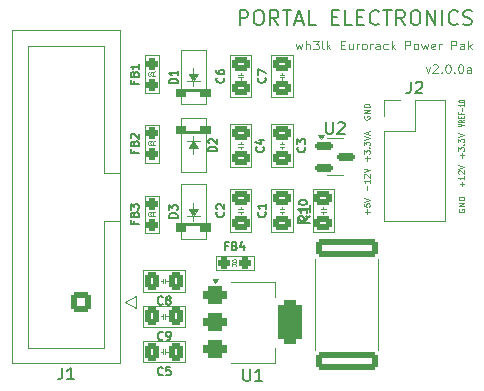
<source format=gto>
%TF.GenerationSoftware,KiCad,Pcbnew,8.0.2*%
%TF.CreationDate,2024-09-09T09:37:27-05:00*%
%TF.ProjectId,wh3lk,7768336c-6b2e-46b6-9963-61645f706362,v2.0.0a*%
%TF.SameCoordinates,Original*%
%TF.FileFunction,Legend,Top*%
%TF.FilePolarity,Positive*%
%FSLAX46Y46*%
G04 Gerber Fmt 4.6, Leading zero omitted, Abs format (unit mm)*
G04 Created by KiCad (PCBNEW 8.0.2) date 2024-09-09 09:37:27*
%MOMM*%
%LPD*%
G01*
G04 APERTURE LIST*
G04 Aperture macros list*
%AMRoundRect*
0 Rectangle with rounded corners*
0 $1 Rounding radius*
0 $2 $3 $4 $5 $6 $7 $8 $9 X,Y pos of 4 corners*
0 Add a 4 corners polygon primitive as box body*
4,1,4,$2,$3,$4,$5,$6,$7,$8,$9,$2,$3,0*
0 Add four circle primitives for the rounded corners*
1,1,$1+$1,$2,$3*
1,1,$1+$1,$4,$5*
1,1,$1+$1,$6,$7*
1,1,$1+$1,$8,$9*
0 Add four rect primitives between the rounded corners*
20,1,$1+$1,$2,$3,$4,$5,0*
20,1,$1+$1,$4,$5,$6,$7,0*
20,1,$1+$1,$6,$7,$8,$9,0*
20,1,$1+$1,$8,$9,$2,$3,0*%
G04 Aperture macros list end*
%ADD10C,0.100000*%
%ADD11C,0.200000*%
%ADD12C,0.087500*%
%ADD13C,0.150000*%
%ADD14C,0.120000*%
%ADD15R,1.700000X1.700000*%
%ADD16O,1.700000X1.700000*%
%ADD17RoundRect,0.150000X-0.587500X-0.150000X0.587500X-0.150000X0.587500X0.150000X-0.587500X0.150000X0*%
%ADD18RoundRect,0.375000X-0.625000X-0.375000X0.625000X-0.375000X0.625000X0.375000X-0.625000X0.375000X0*%
%ADD19RoundRect,0.500000X-0.500000X-1.400000X0.500000X-1.400000X0.500000X1.400000X-0.500000X1.400000X0*%
%ADD20RoundRect,0.250001X2.399999X-0.487499X2.399999X0.487499X-2.399999X0.487499X-2.399999X-0.487499X0*%
%ADD21RoundRect,0.250000X0.600000X0.600000X-0.600000X0.600000X-0.600000X-0.600000X0.600000X-0.600000X0*%
%ADD22C,1.700000*%
%ADD23RoundRect,0.237500X-0.287500X-0.237500X0.287500X-0.237500X0.287500X0.237500X-0.287500X0.237500X0*%
%ADD24RoundRect,0.237500X0.237500X-0.287500X0.237500X0.287500X-0.237500X0.287500X-0.237500X-0.287500X0*%
%ADD25R,1.220000X0.910000*%
%ADD26RoundRect,0.250000X0.475000X-0.337500X0.475000X0.337500X-0.475000X0.337500X-0.475000X-0.337500X0*%
%ADD27RoundRect,0.250000X0.337500X0.475000X-0.337500X0.475000X-0.337500X-0.475000X0.337500X-0.475000X0*%
%ADD28RoundRect,0.250000X-0.475000X0.337500X-0.475000X-0.337500X0.475000X-0.337500X0.475000X0.337500X0*%
G04 APERTURE END LIST*
D10*
X93172931Y-64403014D02*
X93351503Y-64903014D01*
X93351503Y-64903014D02*
X93530074Y-64403014D01*
X93780075Y-64224442D02*
X93815789Y-64188728D01*
X93815789Y-64188728D02*
X93887218Y-64153014D01*
X93887218Y-64153014D02*
X94065789Y-64153014D01*
X94065789Y-64153014D02*
X94137218Y-64188728D01*
X94137218Y-64188728D02*
X94172932Y-64224442D01*
X94172932Y-64224442D02*
X94208646Y-64295871D01*
X94208646Y-64295871D02*
X94208646Y-64367300D01*
X94208646Y-64367300D02*
X94172932Y-64474442D01*
X94172932Y-64474442D02*
X93744360Y-64903014D01*
X93744360Y-64903014D02*
X94208646Y-64903014D01*
X94530075Y-64831585D02*
X94565789Y-64867300D01*
X94565789Y-64867300D02*
X94530075Y-64903014D01*
X94530075Y-64903014D02*
X94494361Y-64867300D01*
X94494361Y-64867300D02*
X94530075Y-64831585D01*
X94530075Y-64831585D02*
X94530075Y-64903014D01*
X95030075Y-64153014D02*
X95101504Y-64153014D01*
X95101504Y-64153014D02*
X95172932Y-64188728D01*
X95172932Y-64188728D02*
X95208647Y-64224442D01*
X95208647Y-64224442D02*
X95244361Y-64295871D01*
X95244361Y-64295871D02*
X95280075Y-64438728D01*
X95280075Y-64438728D02*
X95280075Y-64617300D01*
X95280075Y-64617300D02*
X95244361Y-64760157D01*
X95244361Y-64760157D02*
X95208647Y-64831585D01*
X95208647Y-64831585D02*
X95172932Y-64867300D01*
X95172932Y-64867300D02*
X95101504Y-64903014D01*
X95101504Y-64903014D02*
X95030075Y-64903014D01*
X95030075Y-64903014D02*
X94958647Y-64867300D01*
X94958647Y-64867300D02*
X94922932Y-64831585D01*
X94922932Y-64831585D02*
X94887218Y-64760157D01*
X94887218Y-64760157D02*
X94851504Y-64617300D01*
X94851504Y-64617300D02*
X94851504Y-64438728D01*
X94851504Y-64438728D02*
X94887218Y-64295871D01*
X94887218Y-64295871D02*
X94922932Y-64224442D01*
X94922932Y-64224442D02*
X94958647Y-64188728D01*
X94958647Y-64188728D02*
X95030075Y-64153014D01*
X95601504Y-64831585D02*
X95637218Y-64867300D01*
X95637218Y-64867300D02*
X95601504Y-64903014D01*
X95601504Y-64903014D02*
X95565790Y-64867300D01*
X95565790Y-64867300D02*
X95601504Y-64831585D01*
X95601504Y-64831585D02*
X95601504Y-64903014D01*
X96101504Y-64153014D02*
X96172933Y-64153014D01*
X96172933Y-64153014D02*
X96244361Y-64188728D01*
X96244361Y-64188728D02*
X96280076Y-64224442D01*
X96280076Y-64224442D02*
X96315790Y-64295871D01*
X96315790Y-64295871D02*
X96351504Y-64438728D01*
X96351504Y-64438728D02*
X96351504Y-64617300D01*
X96351504Y-64617300D02*
X96315790Y-64760157D01*
X96315790Y-64760157D02*
X96280076Y-64831585D01*
X96280076Y-64831585D02*
X96244361Y-64867300D01*
X96244361Y-64867300D02*
X96172933Y-64903014D01*
X96172933Y-64903014D02*
X96101504Y-64903014D01*
X96101504Y-64903014D02*
X96030076Y-64867300D01*
X96030076Y-64867300D02*
X95994361Y-64831585D01*
X95994361Y-64831585D02*
X95958647Y-64760157D01*
X95958647Y-64760157D02*
X95922933Y-64617300D01*
X95922933Y-64617300D02*
X95922933Y-64438728D01*
X95922933Y-64438728D02*
X95958647Y-64295871D01*
X95958647Y-64295871D02*
X95994361Y-64224442D01*
X95994361Y-64224442D02*
X96030076Y-64188728D01*
X96030076Y-64188728D02*
X96101504Y-64153014D01*
X96994362Y-64903014D02*
X96994362Y-64510157D01*
X96994362Y-64510157D02*
X96958647Y-64438728D01*
X96958647Y-64438728D02*
X96887219Y-64403014D01*
X96887219Y-64403014D02*
X96744362Y-64403014D01*
X96744362Y-64403014D02*
X96672933Y-64438728D01*
X96994362Y-64867300D02*
X96922933Y-64903014D01*
X96922933Y-64903014D02*
X96744362Y-64903014D01*
X96744362Y-64903014D02*
X96672933Y-64867300D01*
X96672933Y-64867300D02*
X96637219Y-64795871D01*
X96637219Y-64795871D02*
X96637219Y-64724442D01*
X96637219Y-64724442D02*
X96672933Y-64653014D01*
X96672933Y-64653014D02*
X96744362Y-64617300D01*
X96744362Y-64617300D02*
X96922933Y-64617300D01*
X96922933Y-64617300D02*
X96994362Y-64581585D01*
X82172931Y-62403014D02*
X82315789Y-62903014D01*
X82315789Y-62903014D02*
X82458646Y-62545871D01*
X82458646Y-62545871D02*
X82601503Y-62903014D01*
X82601503Y-62903014D02*
X82744360Y-62403014D01*
X83030074Y-62903014D02*
X83030074Y-62153014D01*
X83351503Y-62903014D02*
X83351503Y-62510157D01*
X83351503Y-62510157D02*
X83315788Y-62438728D01*
X83315788Y-62438728D02*
X83244360Y-62403014D01*
X83244360Y-62403014D02*
X83137217Y-62403014D01*
X83137217Y-62403014D02*
X83065788Y-62438728D01*
X83065788Y-62438728D02*
X83030074Y-62474442D01*
X83637216Y-62153014D02*
X84101502Y-62153014D01*
X84101502Y-62153014D02*
X83851502Y-62438728D01*
X83851502Y-62438728D02*
X83958645Y-62438728D01*
X83958645Y-62438728D02*
X84030074Y-62474442D01*
X84030074Y-62474442D02*
X84065788Y-62510157D01*
X84065788Y-62510157D02*
X84101502Y-62581585D01*
X84101502Y-62581585D02*
X84101502Y-62760157D01*
X84101502Y-62760157D02*
X84065788Y-62831585D01*
X84065788Y-62831585D02*
X84030074Y-62867300D01*
X84030074Y-62867300D02*
X83958645Y-62903014D01*
X83958645Y-62903014D02*
X83744359Y-62903014D01*
X83744359Y-62903014D02*
X83672931Y-62867300D01*
X83672931Y-62867300D02*
X83637216Y-62831585D01*
X84530074Y-62903014D02*
X84458645Y-62867300D01*
X84458645Y-62867300D02*
X84422931Y-62795871D01*
X84422931Y-62795871D02*
X84422931Y-62153014D01*
X84815788Y-62903014D02*
X84815788Y-62153014D01*
X84887217Y-62617300D02*
X85101502Y-62903014D01*
X85101502Y-62403014D02*
X84815788Y-62688728D01*
X85994360Y-62510157D02*
X86244360Y-62510157D01*
X86351503Y-62903014D02*
X85994360Y-62903014D01*
X85994360Y-62903014D02*
X85994360Y-62153014D01*
X85994360Y-62153014D02*
X86351503Y-62153014D01*
X86994360Y-62403014D02*
X86994360Y-62903014D01*
X86672931Y-62403014D02*
X86672931Y-62795871D01*
X86672931Y-62795871D02*
X86708645Y-62867300D01*
X86708645Y-62867300D02*
X86780074Y-62903014D01*
X86780074Y-62903014D02*
X86887217Y-62903014D01*
X86887217Y-62903014D02*
X86958645Y-62867300D01*
X86958645Y-62867300D02*
X86994360Y-62831585D01*
X87351502Y-62903014D02*
X87351502Y-62403014D01*
X87351502Y-62545871D02*
X87387216Y-62474442D01*
X87387216Y-62474442D02*
X87422931Y-62438728D01*
X87422931Y-62438728D02*
X87494359Y-62403014D01*
X87494359Y-62403014D02*
X87565788Y-62403014D01*
X87922931Y-62903014D02*
X87851502Y-62867300D01*
X87851502Y-62867300D02*
X87815788Y-62831585D01*
X87815788Y-62831585D02*
X87780074Y-62760157D01*
X87780074Y-62760157D02*
X87780074Y-62545871D01*
X87780074Y-62545871D02*
X87815788Y-62474442D01*
X87815788Y-62474442D02*
X87851502Y-62438728D01*
X87851502Y-62438728D02*
X87922931Y-62403014D01*
X87922931Y-62403014D02*
X88030074Y-62403014D01*
X88030074Y-62403014D02*
X88101502Y-62438728D01*
X88101502Y-62438728D02*
X88137217Y-62474442D01*
X88137217Y-62474442D02*
X88172931Y-62545871D01*
X88172931Y-62545871D02*
X88172931Y-62760157D01*
X88172931Y-62760157D02*
X88137217Y-62831585D01*
X88137217Y-62831585D02*
X88101502Y-62867300D01*
X88101502Y-62867300D02*
X88030074Y-62903014D01*
X88030074Y-62903014D02*
X87922931Y-62903014D01*
X88494359Y-62903014D02*
X88494359Y-62403014D01*
X88494359Y-62545871D02*
X88530073Y-62474442D01*
X88530073Y-62474442D02*
X88565788Y-62438728D01*
X88565788Y-62438728D02*
X88637216Y-62403014D01*
X88637216Y-62403014D02*
X88708645Y-62403014D01*
X89280074Y-62903014D02*
X89280074Y-62510157D01*
X89280074Y-62510157D02*
X89244359Y-62438728D01*
X89244359Y-62438728D02*
X89172931Y-62403014D01*
X89172931Y-62403014D02*
X89030074Y-62403014D01*
X89030074Y-62403014D02*
X88958645Y-62438728D01*
X89280074Y-62867300D02*
X89208645Y-62903014D01*
X89208645Y-62903014D02*
X89030074Y-62903014D01*
X89030074Y-62903014D02*
X88958645Y-62867300D01*
X88958645Y-62867300D02*
X88922931Y-62795871D01*
X88922931Y-62795871D02*
X88922931Y-62724442D01*
X88922931Y-62724442D02*
X88958645Y-62653014D01*
X88958645Y-62653014D02*
X89030074Y-62617300D01*
X89030074Y-62617300D02*
X89208645Y-62617300D01*
X89208645Y-62617300D02*
X89280074Y-62581585D01*
X89958645Y-62867300D02*
X89887216Y-62903014D01*
X89887216Y-62903014D02*
X89744359Y-62903014D01*
X89744359Y-62903014D02*
X89672930Y-62867300D01*
X89672930Y-62867300D02*
X89637216Y-62831585D01*
X89637216Y-62831585D02*
X89601502Y-62760157D01*
X89601502Y-62760157D02*
X89601502Y-62545871D01*
X89601502Y-62545871D02*
X89637216Y-62474442D01*
X89637216Y-62474442D02*
X89672930Y-62438728D01*
X89672930Y-62438728D02*
X89744359Y-62403014D01*
X89744359Y-62403014D02*
X89887216Y-62403014D01*
X89887216Y-62403014D02*
X89958645Y-62438728D01*
X90280073Y-62903014D02*
X90280073Y-62153014D01*
X90351502Y-62617300D02*
X90565787Y-62903014D01*
X90565787Y-62403014D02*
X90280073Y-62688728D01*
X91458645Y-62903014D02*
X91458645Y-62153014D01*
X91458645Y-62153014D02*
X91744359Y-62153014D01*
X91744359Y-62153014D02*
X91815788Y-62188728D01*
X91815788Y-62188728D02*
X91851502Y-62224442D01*
X91851502Y-62224442D02*
X91887216Y-62295871D01*
X91887216Y-62295871D02*
X91887216Y-62403014D01*
X91887216Y-62403014D02*
X91851502Y-62474442D01*
X91851502Y-62474442D02*
X91815788Y-62510157D01*
X91815788Y-62510157D02*
X91744359Y-62545871D01*
X91744359Y-62545871D02*
X91458645Y-62545871D01*
X92315788Y-62903014D02*
X92244359Y-62867300D01*
X92244359Y-62867300D02*
X92208645Y-62831585D01*
X92208645Y-62831585D02*
X92172931Y-62760157D01*
X92172931Y-62760157D02*
X92172931Y-62545871D01*
X92172931Y-62545871D02*
X92208645Y-62474442D01*
X92208645Y-62474442D02*
X92244359Y-62438728D01*
X92244359Y-62438728D02*
X92315788Y-62403014D01*
X92315788Y-62403014D02*
X92422931Y-62403014D01*
X92422931Y-62403014D02*
X92494359Y-62438728D01*
X92494359Y-62438728D02*
X92530074Y-62474442D01*
X92530074Y-62474442D02*
X92565788Y-62545871D01*
X92565788Y-62545871D02*
X92565788Y-62760157D01*
X92565788Y-62760157D02*
X92530074Y-62831585D01*
X92530074Y-62831585D02*
X92494359Y-62867300D01*
X92494359Y-62867300D02*
X92422931Y-62903014D01*
X92422931Y-62903014D02*
X92315788Y-62903014D01*
X92815787Y-62403014D02*
X92958645Y-62903014D01*
X92958645Y-62903014D02*
X93101502Y-62545871D01*
X93101502Y-62545871D02*
X93244359Y-62903014D01*
X93244359Y-62903014D02*
X93387216Y-62403014D01*
X93958644Y-62867300D02*
X93887216Y-62903014D01*
X93887216Y-62903014D02*
X93744359Y-62903014D01*
X93744359Y-62903014D02*
X93672930Y-62867300D01*
X93672930Y-62867300D02*
X93637216Y-62795871D01*
X93637216Y-62795871D02*
X93637216Y-62510157D01*
X93637216Y-62510157D02*
X93672930Y-62438728D01*
X93672930Y-62438728D02*
X93744359Y-62403014D01*
X93744359Y-62403014D02*
X93887216Y-62403014D01*
X93887216Y-62403014D02*
X93958644Y-62438728D01*
X93958644Y-62438728D02*
X93994359Y-62510157D01*
X93994359Y-62510157D02*
X93994359Y-62581585D01*
X93994359Y-62581585D02*
X93637216Y-62653014D01*
X94315787Y-62903014D02*
X94315787Y-62403014D01*
X94315787Y-62545871D02*
X94351501Y-62474442D01*
X94351501Y-62474442D02*
X94387216Y-62438728D01*
X94387216Y-62438728D02*
X94458644Y-62403014D01*
X94458644Y-62403014D02*
X94530073Y-62403014D01*
X95351502Y-62903014D02*
X95351502Y-62153014D01*
X95351502Y-62153014D02*
X95637216Y-62153014D01*
X95637216Y-62153014D02*
X95708645Y-62188728D01*
X95708645Y-62188728D02*
X95744359Y-62224442D01*
X95744359Y-62224442D02*
X95780073Y-62295871D01*
X95780073Y-62295871D02*
X95780073Y-62403014D01*
X95780073Y-62403014D02*
X95744359Y-62474442D01*
X95744359Y-62474442D02*
X95708645Y-62510157D01*
X95708645Y-62510157D02*
X95637216Y-62545871D01*
X95637216Y-62545871D02*
X95351502Y-62545871D01*
X96422931Y-62903014D02*
X96422931Y-62510157D01*
X96422931Y-62510157D02*
X96387216Y-62438728D01*
X96387216Y-62438728D02*
X96315788Y-62403014D01*
X96315788Y-62403014D02*
X96172931Y-62403014D01*
X96172931Y-62403014D02*
X96101502Y-62438728D01*
X96422931Y-62867300D02*
X96351502Y-62903014D01*
X96351502Y-62903014D02*
X96172931Y-62903014D01*
X96172931Y-62903014D02*
X96101502Y-62867300D01*
X96101502Y-62867300D02*
X96065788Y-62795871D01*
X96065788Y-62795871D02*
X96065788Y-62724442D01*
X96065788Y-62724442D02*
X96101502Y-62653014D01*
X96101502Y-62653014D02*
X96172931Y-62617300D01*
X96172931Y-62617300D02*
X96351502Y-62617300D01*
X96351502Y-62617300D02*
X96422931Y-62581585D01*
X96780073Y-62903014D02*
X96780073Y-62153014D01*
X96851502Y-62617300D02*
X97065787Y-62903014D01*
X97065787Y-62403014D02*
X96780073Y-62688728D01*
D11*
X77429197Y-60836623D02*
X77429197Y-59586623D01*
X77429197Y-59586623D02*
X77905387Y-59586623D01*
X77905387Y-59586623D02*
X78024435Y-59646147D01*
X78024435Y-59646147D02*
X78083958Y-59705671D01*
X78083958Y-59705671D02*
X78143482Y-59824719D01*
X78143482Y-59824719D02*
X78143482Y-60003290D01*
X78143482Y-60003290D02*
X78083958Y-60122338D01*
X78083958Y-60122338D02*
X78024435Y-60181861D01*
X78024435Y-60181861D02*
X77905387Y-60241385D01*
X77905387Y-60241385D02*
X77429197Y-60241385D01*
X78917292Y-59586623D02*
X79155387Y-59586623D01*
X79155387Y-59586623D02*
X79274435Y-59646147D01*
X79274435Y-59646147D02*
X79393482Y-59765195D01*
X79393482Y-59765195D02*
X79453006Y-60003290D01*
X79453006Y-60003290D02*
X79453006Y-60419957D01*
X79453006Y-60419957D02*
X79393482Y-60658052D01*
X79393482Y-60658052D02*
X79274435Y-60777100D01*
X79274435Y-60777100D02*
X79155387Y-60836623D01*
X79155387Y-60836623D02*
X78917292Y-60836623D01*
X78917292Y-60836623D02*
X78798244Y-60777100D01*
X78798244Y-60777100D02*
X78679197Y-60658052D01*
X78679197Y-60658052D02*
X78619673Y-60419957D01*
X78619673Y-60419957D02*
X78619673Y-60003290D01*
X78619673Y-60003290D02*
X78679197Y-59765195D01*
X78679197Y-59765195D02*
X78798244Y-59646147D01*
X78798244Y-59646147D02*
X78917292Y-59586623D01*
X80703006Y-60836623D02*
X80286340Y-60241385D01*
X79988721Y-60836623D02*
X79988721Y-59586623D01*
X79988721Y-59586623D02*
X80464911Y-59586623D01*
X80464911Y-59586623D02*
X80583959Y-59646147D01*
X80583959Y-59646147D02*
X80643482Y-59705671D01*
X80643482Y-59705671D02*
X80703006Y-59824719D01*
X80703006Y-59824719D02*
X80703006Y-60003290D01*
X80703006Y-60003290D02*
X80643482Y-60122338D01*
X80643482Y-60122338D02*
X80583959Y-60181861D01*
X80583959Y-60181861D02*
X80464911Y-60241385D01*
X80464911Y-60241385D02*
X79988721Y-60241385D01*
X81060149Y-59586623D02*
X81774435Y-59586623D01*
X81417292Y-60836623D02*
X81417292Y-59586623D01*
X82131578Y-60479480D02*
X82726816Y-60479480D01*
X82012530Y-60836623D02*
X82429197Y-59586623D01*
X82429197Y-59586623D02*
X82845863Y-60836623D01*
X83857769Y-60836623D02*
X83262531Y-60836623D01*
X83262531Y-60836623D02*
X83262531Y-59586623D01*
X85226817Y-60181861D02*
X85643483Y-60181861D01*
X85822055Y-60836623D02*
X85226817Y-60836623D01*
X85226817Y-60836623D02*
X85226817Y-59586623D01*
X85226817Y-59586623D02*
X85822055Y-59586623D01*
X86953007Y-60836623D02*
X86357769Y-60836623D01*
X86357769Y-60836623D02*
X86357769Y-59586623D01*
X87369674Y-60181861D02*
X87786340Y-60181861D01*
X87964912Y-60836623D02*
X87369674Y-60836623D01*
X87369674Y-60836623D02*
X87369674Y-59586623D01*
X87369674Y-59586623D02*
X87964912Y-59586623D01*
X89214911Y-60717576D02*
X89155387Y-60777100D01*
X89155387Y-60777100D02*
X88976816Y-60836623D01*
X88976816Y-60836623D02*
X88857768Y-60836623D01*
X88857768Y-60836623D02*
X88679197Y-60777100D01*
X88679197Y-60777100D02*
X88560149Y-60658052D01*
X88560149Y-60658052D02*
X88500626Y-60539004D01*
X88500626Y-60539004D02*
X88441102Y-60300909D01*
X88441102Y-60300909D02*
X88441102Y-60122338D01*
X88441102Y-60122338D02*
X88500626Y-59884242D01*
X88500626Y-59884242D02*
X88560149Y-59765195D01*
X88560149Y-59765195D02*
X88679197Y-59646147D01*
X88679197Y-59646147D02*
X88857768Y-59586623D01*
X88857768Y-59586623D02*
X88976816Y-59586623D01*
X88976816Y-59586623D02*
X89155387Y-59646147D01*
X89155387Y-59646147D02*
X89214911Y-59705671D01*
X89572054Y-59586623D02*
X90286340Y-59586623D01*
X89929197Y-60836623D02*
X89929197Y-59586623D01*
X91417292Y-60836623D02*
X91000626Y-60241385D01*
X90703007Y-60836623D02*
X90703007Y-59586623D01*
X90703007Y-59586623D02*
X91179197Y-59586623D01*
X91179197Y-59586623D02*
X91298245Y-59646147D01*
X91298245Y-59646147D02*
X91357768Y-59705671D01*
X91357768Y-59705671D02*
X91417292Y-59824719D01*
X91417292Y-59824719D02*
X91417292Y-60003290D01*
X91417292Y-60003290D02*
X91357768Y-60122338D01*
X91357768Y-60122338D02*
X91298245Y-60181861D01*
X91298245Y-60181861D02*
X91179197Y-60241385D01*
X91179197Y-60241385D02*
X90703007Y-60241385D01*
X92191102Y-59586623D02*
X92429197Y-59586623D01*
X92429197Y-59586623D02*
X92548245Y-59646147D01*
X92548245Y-59646147D02*
X92667292Y-59765195D01*
X92667292Y-59765195D02*
X92726816Y-60003290D01*
X92726816Y-60003290D02*
X92726816Y-60419957D01*
X92726816Y-60419957D02*
X92667292Y-60658052D01*
X92667292Y-60658052D02*
X92548245Y-60777100D01*
X92548245Y-60777100D02*
X92429197Y-60836623D01*
X92429197Y-60836623D02*
X92191102Y-60836623D01*
X92191102Y-60836623D02*
X92072054Y-60777100D01*
X92072054Y-60777100D02*
X91953007Y-60658052D01*
X91953007Y-60658052D02*
X91893483Y-60419957D01*
X91893483Y-60419957D02*
X91893483Y-60003290D01*
X91893483Y-60003290D02*
X91953007Y-59765195D01*
X91953007Y-59765195D02*
X92072054Y-59646147D01*
X92072054Y-59646147D02*
X92191102Y-59586623D01*
X93262531Y-60836623D02*
X93262531Y-59586623D01*
X93262531Y-59586623D02*
X93976816Y-60836623D01*
X93976816Y-60836623D02*
X93976816Y-59586623D01*
X94572055Y-60836623D02*
X94572055Y-59586623D01*
X95881578Y-60717576D02*
X95822054Y-60777100D01*
X95822054Y-60777100D02*
X95643483Y-60836623D01*
X95643483Y-60836623D02*
X95524435Y-60836623D01*
X95524435Y-60836623D02*
X95345864Y-60777100D01*
X95345864Y-60777100D02*
X95226816Y-60658052D01*
X95226816Y-60658052D02*
X95167293Y-60539004D01*
X95167293Y-60539004D02*
X95107769Y-60300909D01*
X95107769Y-60300909D02*
X95107769Y-60122338D01*
X95107769Y-60122338D02*
X95167293Y-59884242D01*
X95167293Y-59884242D02*
X95226816Y-59765195D01*
X95226816Y-59765195D02*
X95345864Y-59646147D01*
X95345864Y-59646147D02*
X95524435Y-59586623D01*
X95524435Y-59586623D02*
X95643483Y-59586623D01*
X95643483Y-59586623D02*
X95822054Y-59646147D01*
X95822054Y-59646147D02*
X95881578Y-59705671D01*
X96357769Y-60777100D02*
X96536340Y-60836623D01*
X96536340Y-60836623D02*
X96833959Y-60836623D01*
X96833959Y-60836623D02*
X96953007Y-60777100D01*
X96953007Y-60777100D02*
X97012531Y-60717576D01*
X97012531Y-60717576D02*
X97072054Y-60598528D01*
X97072054Y-60598528D02*
X97072054Y-60479480D01*
X97072054Y-60479480D02*
X97012531Y-60360433D01*
X97012531Y-60360433D02*
X96953007Y-60300909D01*
X96953007Y-60300909D02*
X96833959Y-60241385D01*
X96833959Y-60241385D02*
X96595864Y-60181861D01*
X96595864Y-60181861D02*
X96476816Y-60122338D01*
X96476816Y-60122338D02*
X96417293Y-60062814D01*
X96417293Y-60062814D02*
X96357769Y-59943766D01*
X96357769Y-59943766D02*
X96357769Y-59824719D01*
X96357769Y-59824719D02*
X96417293Y-59705671D01*
X96417293Y-59705671D02*
X96476816Y-59646147D01*
X96476816Y-59646147D02*
X96595864Y-59586623D01*
X96595864Y-59586623D02*
X96893483Y-59586623D01*
X96893483Y-59586623D02*
X97072054Y-59646147D01*
D10*
X95983309Y-76414039D02*
X95959499Y-76461658D01*
X95959499Y-76461658D02*
X95959499Y-76533087D01*
X95959499Y-76533087D02*
X95983309Y-76604515D01*
X95983309Y-76604515D02*
X96030928Y-76652134D01*
X96030928Y-76652134D02*
X96078547Y-76675944D01*
X96078547Y-76675944D02*
X96173785Y-76699753D01*
X96173785Y-76699753D02*
X96245213Y-76699753D01*
X96245213Y-76699753D02*
X96340451Y-76675944D01*
X96340451Y-76675944D02*
X96388070Y-76652134D01*
X96388070Y-76652134D02*
X96435690Y-76604515D01*
X96435690Y-76604515D02*
X96459499Y-76533087D01*
X96459499Y-76533087D02*
X96459499Y-76485468D01*
X96459499Y-76485468D02*
X96435690Y-76414039D01*
X96435690Y-76414039D02*
X96411880Y-76390230D01*
X96411880Y-76390230D02*
X96245213Y-76390230D01*
X96245213Y-76390230D02*
X96245213Y-76485468D01*
X96459499Y-76175944D02*
X95959499Y-76175944D01*
X95959499Y-76175944D02*
X96459499Y-75890230D01*
X96459499Y-75890230D02*
X95959499Y-75890230D01*
X96459499Y-75652134D02*
X95959499Y-75652134D01*
X95959499Y-75652134D02*
X95959499Y-75533086D01*
X95959499Y-75533086D02*
X95983309Y-75461658D01*
X95983309Y-75461658D02*
X96030928Y-75414039D01*
X96030928Y-75414039D02*
X96078547Y-75390229D01*
X96078547Y-75390229D02*
X96173785Y-75366420D01*
X96173785Y-75366420D02*
X96245213Y-75366420D01*
X96245213Y-75366420D02*
X96340451Y-75390229D01*
X96340451Y-75390229D02*
X96388070Y-75414039D01*
X96388070Y-75414039D02*
X96435690Y-75461658D01*
X96435690Y-75461658D02*
X96459499Y-75533086D01*
X96459499Y-75533086D02*
X96459499Y-75652134D01*
X88243133Y-76815163D02*
X88243133Y-76434211D01*
X88433609Y-76624687D02*
X88052657Y-76624687D01*
X87933609Y-75958020D02*
X87933609Y-76196115D01*
X87933609Y-76196115D02*
X88171704Y-76219924D01*
X88171704Y-76219924D02*
X88147895Y-76196115D01*
X88147895Y-76196115D02*
X88124085Y-76148496D01*
X88124085Y-76148496D02*
X88124085Y-76029448D01*
X88124085Y-76029448D02*
X88147895Y-75981829D01*
X88147895Y-75981829D02*
X88171704Y-75958020D01*
X88171704Y-75958020D02*
X88219323Y-75934210D01*
X88219323Y-75934210D02*
X88338371Y-75934210D01*
X88338371Y-75934210D02*
X88385990Y-75958020D01*
X88385990Y-75958020D02*
X88409800Y-75981829D01*
X88409800Y-75981829D02*
X88433609Y-76029448D01*
X88433609Y-76029448D02*
X88433609Y-76148496D01*
X88433609Y-76148496D02*
X88409800Y-76196115D01*
X88409800Y-76196115D02*
X88385990Y-76219924D01*
X87933609Y-75791353D02*
X88433609Y-75624687D01*
X88433609Y-75624687D02*
X87933609Y-75458020D01*
X96232945Y-74487203D02*
X96232945Y-74106251D01*
X96423421Y-74296727D02*
X96042469Y-74296727D01*
X96423421Y-73606250D02*
X96423421Y-73891964D01*
X96423421Y-73749107D02*
X95923421Y-73749107D01*
X95923421Y-73749107D02*
X95994850Y-73796726D01*
X95994850Y-73796726D02*
X96042469Y-73844345D01*
X96042469Y-73844345D02*
X96066278Y-73891964D01*
X95971040Y-73415774D02*
X95947231Y-73391965D01*
X95947231Y-73391965D02*
X95923421Y-73344346D01*
X95923421Y-73344346D02*
X95923421Y-73225298D01*
X95923421Y-73225298D02*
X95947231Y-73177679D01*
X95947231Y-73177679D02*
X95971040Y-73153870D01*
X95971040Y-73153870D02*
X96018659Y-73130060D01*
X96018659Y-73130060D02*
X96066278Y-73130060D01*
X96066278Y-73130060D02*
X96137707Y-73153870D01*
X96137707Y-73153870D02*
X96423421Y-73439584D01*
X96423421Y-73439584D02*
X96423421Y-73130060D01*
X95923421Y-72987203D02*
X96423421Y-72820537D01*
X96423421Y-72820537D02*
X95923421Y-72653870D01*
X96232945Y-72057942D02*
X96232945Y-71676990D01*
X96423421Y-71867466D02*
X96042469Y-71867466D01*
X95923421Y-71486513D02*
X95923421Y-71176989D01*
X95923421Y-71176989D02*
X96113897Y-71343656D01*
X96113897Y-71343656D02*
X96113897Y-71272227D01*
X96113897Y-71272227D02*
X96137707Y-71224608D01*
X96137707Y-71224608D02*
X96161516Y-71200799D01*
X96161516Y-71200799D02*
X96209135Y-71176989D01*
X96209135Y-71176989D02*
X96328183Y-71176989D01*
X96328183Y-71176989D02*
X96375802Y-71200799D01*
X96375802Y-71200799D02*
X96399612Y-71224608D01*
X96399612Y-71224608D02*
X96423421Y-71272227D01*
X96423421Y-71272227D02*
X96423421Y-71415084D01*
X96423421Y-71415084D02*
X96399612Y-71462703D01*
X96399612Y-71462703D02*
X96375802Y-71486513D01*
X96375802Y-70962704D02*
X96399612Y-70938894D01*
X96399612Y-70938894D02*
X96423421Y-70962704D01*
X96423421Y-70962704D02*
X96399612Y-70986513D01*
X96399612Y-70986513D02*
X96375802Y-70962704D01*
X96375802Y-70962704D02*
X96423421Y-70962704D01*
X95923421Y-70772228D02*
X95923421Y-70462704D01*
X95923421Y-70462704D02*
X96113897Y-70629371D01*
X96113897Y-70629371D02*
X96113897Y-70557942D01*
X96113897Y-70557942D02*
X96137707Y-70510323D01*
X96137707Y-70510323D02*
X96161516Y-70486514D01*
X96161516Y-70486514D02*
X96209135Y-70462704D01*
X96209135Y-70462704D02*
X96328183Y-70462704D01*
X96328183Y-70462704D02*
X96375802Y-70486514D01*
X96375802Y-70486514D02*
X96399612Y-70510323D01*
X96399612Y-70510323D02*
X96423421Y-70557942D01*
X96423421Y-70557942D02*
X96423421Y-70700799D01*
X96423421Y-70700799D02*
X96399612Y-70748418D01*
X96399612Y-70748418D02*
X96375802Y-70772228D01*
X95923421Y-70319847D02*
X96423421Y-70153181D01*
X96423421Y-70153181D02*
X95923421Y-69986514D01*
X88243133Y-72315163D02*
X88243133Y-71934211D01*
X88433609Y-72124687D02*
X88052657Y-72124687D01*
X87933609Y-71743734D02*
X87933609Y-71434210D01*
X87933609Y-71434210D02*
X88124085Y-71600877D01*
X88124085Y-71600877D02*
X88124085Y-71529448D01*
X88124085Y-71529448D02*
X88147895Y-71481829D01*
X88147895Y-71481829D02*
X88171704Y-71458020D01*
X88171704Y-71458020D02*
X88219323Y-71434210D01*
X88219323Y-71434210D02*
X88338371Y-71434210D01*
X88338371Y-71434210D02*
X88385990Y-71458020D01*
X88385990Y-71458020D02*
X88409800Y-71481829D01*
X88409800Y-71481829D02*
X88433609Y-71529448D01*
X88433609Y-71529448D02*
X88433609Y-71672305D01*
X88433609Y-71672305D02*
X88409800Y-71719924D01*
X88409800Y-71719924D02*
X88385990Y-71743734D01*
X88385990Y-71219925D02*
X88409800Y-71196115D01*
X88409800Y-71196115D02*
X88433609Y-71219925D01*
X88433609Y-71219925D02*
X88409800Y-71243734D01*
X88409800Y-71243734D02*
X88385990Y-71219925D01*
X88385990Y-71219925D02*
X88433609Y-71219925D01*
X87933609Y-71029449D02*
X87933609Y-70719925D01*
X87933609Y-70719925D02*
X88124085Y-70886592D01*
X88124085Y-70886592D02*
X88124085Y-70815163D01*
X88124085Y-70815163D02*
X88147895Y-70767544D01*
X88147895Y-70767544D02*
X88171704Y-70743735D01*
X88171704Y-70743735D02*
X88219323Y-70719925D01*
X88219323Y-70719925D02*
X88338371Y-70719925D01*
X88338371Y-70719925D02*
X88385990Y-70743735D01*
X88385990Y-70743735D02*
X88409800Y-70767544D01*
X88409800Y-70767544D02*
X88433609Y-70815163D01*
X88433609Y-70815163D02*
X88433609Y-70958020D01*
X88433609Y-70958020D02*
X88409800Y-71005639D01*
X88409800Y-71005639D02*
X88385990Y-71029449D01*
X87933609Y-70577068D02*
X88433609Y-70410402D01*
X88433609Y-70410402D02*
X87933609Y-70243735D01*
X88290752Y-70100878D02*
X88290752Y-69862783D01*
X88433609Y-70148497D02*
X87933609Y-69981831D01*
X87933609Y-69981831D02*
X88433609Y-69815164D01*
D12*
X95934259Y-69409101D02*
X96434259Y-69292435D01*
X96434259Y-69292435D02*
X95934259Y-69175768D01*
X96434259Y-68859101D02*
X96196164Y-68975768D01*
X96434259Y-69059101D02*
X95934259Y-69059101D01*
X95934259Y-69059101D02*
X95934259Y-68925768D01*
X95934259Y-68925768D02*
X95958069Y-68892435D01*
X95958069Y-68892435D02*
X95981878Y-68875768D01*
X95981878Y-68875768D02*
X96029497Y-68859101D01*
X96029497Y-68859101D02*
X96100926Y-68859101D01*
X96100926Y-68859101D02*
X96148545Y-68875768D01*
X96148545Y-68875768D02*
X96172354Y-68892435D01*
X96172354Y-68892435D02*
X96196164Y-68925768D01*
X96196164Y-68925768D02*
X96196164Y-69059101D01*
X96172354Y-68709101D02*
X96172354Y-68592435D01*
X96434259Y-68542435D02*
X96434259Y-68709101D01*
X96434259Y-68709101D02*
X95934259Y-68709101D01*
X95934259Y-68709101D02*
X95934259Y-68542435D01*
X96172354Y-68275768D02*
X96172354Y-68392434D01*
X96434259Y-68392434D02*
X95934259Y-68392434D01*
X95934259Y-68392434D02*
X95934259Y-68225768D01*
X96243783Y-68092434D02*
X96243783Y-67825768D01*
X96434259Y-67475768D02*
X96434259Y-67675768D01*
X96434259Y-67575768D02*
X95934259Y-67575768D01*
X95934259Y-67575768D02*
X96005688Y-67609101D01*
X96005688Y-67609101D02*
X96053307Y-67642435D01*
X96053307Y-67642435D02*
X96077116Y-67675768D01*
X95934259Y-67259102D02*
X95934259Y-67225768D01*
X95934259Y-67225768D02*
X95958069Y-67192435D01*
X95958069Y-67192435D02*
X95981878Y-67175768D01*
X95981878Y-67175768D02*
X96029497Y-67159102D01*
X96029497Y-67159102D02*
X96124735Y-67142435D01*
X96124735Y-67142435D02*
X96243783Y-67142435D01*
X96243783Y-67142435D02*
X96339021Y-67159102D01*
X96339021Y-67159102D02*
X96386640Y-67175768D01*
X96386640Y-67175768D02*
X96410450Y-67192435D01*
X96410450Y-67192435D02*
X96434259Y-67225768D01*
X96434259Y-67225768D02*
X96434259Y-67259102D01*
X96434259Y-67259102D02*
X96410450Y-67292435D01*
X96410450Y-67292435D02*
X96386640Y-67309102D01*
X96386640Y-67309102D02*
X96339021Y-67325768D01*
X96339021Y-67325768D02*
X96243783Y-67342435D01*
X96243783Y-67342435D02*
X96124735Y-67342435D01*
X96124735Y-67342435D02*
X96029497Y-67325768D01*
X96029497Y-67325768D02*
X95981878Y-67309102D01*
X95981878Y-67309102D02*
X95958069Y-67292435D01*
X95958069Y-67292435D02*
X95934259Y-67259102D01*
D10*
X87957419Y-68553258D02*
X87933609Y-68600877D01*
X87933609Y-68600877D02*
X87933609Y-68672306D01*
X87933609Y-68672306D02*
X87957419Y-68743734D01*
X87957419Y-68743734D02*
X88005038Y-68791353D01*
X88005038Y-68791353D02*
X88052657Y-68815163D01*
X88052657Y-68815163D02*
X88147895Y-68838972D01*
X88147895Y-68838972D02*
X88219323Y-68838972D01*
X88219323Y-68838972D02*
X88314561Y-68815163D01*
X88314561Y-68815163D02*
X88362180Y-68791353D01*
X88362180Y-68791353D02*
X88409800Y-68743734D01*
X88409800Y-68743734D02*
X88433609Y-68672306D01*
X88433609Y-68672306D02*
X88433609Y-68624687D01*
X88433609Y-68624687D02*
X88409800Y-68553258D01*
X88409800Y-68553258D02*
X88385990Y-68529449D01*
X88385990Y-68529449D02*
X88219323Y-68529449D01*
X88219323Y-68529449D02*
X88219323Y-68624687D01*
X88433609Y-68315163D02*
X87933609Y-68315163D01*
X87933609Y-68315163D02*
X88433609Y-68029449D01*
X88433609Y-68029449D02*
X87933609Y-68029449D01*
X88433609Y-67791353D02*
X87933609Y-67791353D01*
X87933609Y-67791353D02*
X87933609Y-67672305D01*
X87933609Y-67672305D02*
X87957419Y-67600877D01*
X87957419Y-67600877D02*
X88005038Y-67553258D01*
X88005038Y-67553258D02*
X88052657Y-67529448D01*
X88052657Y-67529448D02*
X88147895Y-67505639D01*
X88147895Y-67505639D02*
X88219323Y-67505639D01*
X88219323Y-67505639D02*
X88314561Y-67529448D01*
X88314561Y-67529448D02*
X88362180Y-67553258D01*
X88362180Y-67553258D02*
X88409800Y-67600877D01*
X88409800Y-67600877D02*
X88433609Y-67672305D01*
X88433609Y-67672305D02*
X88433609Y-67791353D01*
X88243133Y-74815163D02*
X88243133Y-74434211D01*
X88433609Y-73934210D02*
X88433609Y-74219924D01*
X88433609Y-74077067D02*
X87933609Y-74077067D01*
X87933609Y-74077067D02*
X88005038Y-74124686D01*
X88005038Y-74124686D02*
X88052657Y-74172305D01*
X88052657Y-74172305D02*
X88076466Y-74219924D01*
X87981228Y-73743734D02*
X87957419Y-73719925D01*
X87957419Y-73719925D02*
X87933609Y-73672306D01*
X87933609Y-73672306D02*
X87933609Y-73553258D01*
X87933609Y-73553258D02*
X87957419Y-73505639D01*
X87957419Y-73505639D02*
X87981228Y-73481830D01*
X87981228Y-73481830D02*
X88028847Y-73458020D01*
X88028847Y-73458020D02*
X88076466Y-73458020D01*
X88076466Y-73458020D02*
X88147895Y-73481830D01*
X88147895Y-73481830D02*
X88433609Y-73767544D01*
X88433609Y-73767544D02*
X88433609Y-73458020D01*
X87933609Y-73315163D02*
X88433609Y-73148497D01*
X88433609Y-73148497D02*
X87933609Y-72981830D01*
D13*
X91896666Y-65624819D02*
X91896666Y-66339104D01*
X91896666Y-66339104D02*
X91849047Y-66481961D01*
X91849047Y-66481961D02*
X91753809Y-66577200D01*
X91753809Y-66577200D02*
X91610952Y-66624819D01*
X91610952Y-66624819D02*
X91515714Y-66624819D01*
X92325238Y-65720057D02*
X92372857Y-65672438D01*
X92372857Y-65672438D02*
X92468095Y-65624819D01*
X92468095Y-65624819D02*
X92706190Y-65624819D01*
X92706190Y-65624819D02*
X92801428Y-65672438D01*
X92801428Y-65672438D02*
X92849047Y-65720057D01*
X92849047Y-65720057D02*
X92896666Y-65815295D01*
X92896666Y-65815295D02*
X92896666Y-65910533D01*
X92896666Y-65910533D02*
X92849047Y-66053390D01*
X92849047Y-66053390D02*
X92277619Y-66624819D01*
X92277619Y-66624819D02*
X92896666Y-66624819D01*
X84738095Y-69054819D02*
X84738095Y-69864342D01*
X84738095Y-69864342D02*
X84785714Y-69959580D01*
X84785714Y-69959580D02*
X84833333Y-70007200D01*
X84833333Y-70007200D02*
X84928571Y-70054819D01*
X84928571Y-70054819D02*
X85119047Y-70054819D01*
X85119047Y-70054819D02*
X85214285Y-70007200D01*
X85214285Y-70007200D02*
X85261904Y-69959580D01*
X85261904Y-69959580D02*
X85309523Y-69864342D01*
X85309523Y-69864342D02*
X85309523Y-69054819D01*
X85738095Y-69150057D02*
X85785714Y-69102438D01*
X85785714Y-69102438D02*
X85880952Y-69054819D01*
X85880952Y-69054819D02*
X86119047Y-69054819D01*
X86119047Y-69054819D02*
X86214285Y-69102438D01*
X86214285Y-69102438D02*
X86261904Y-69150057D01*
X86261904Y-69150057D02*
X86309523Y-69245295D01*
X86309523Y-69245295D02*
X86309523Y-69340533D01*
X86309523Y-69340533D02*
X86261904Y-69483390D01*
X86261904Y-69483390D02*
X85690476Y-70054819D01*
X85690476Y-70054819D02*
X86309523Y-70054819D01*
X77738095Y-89954819D02*
X77738095Y-90764342D01*
X77738095Y-90764342D02*
X77785714Y-90859580D01*
X77785714Y-90859580D02*
X77833333Y-90907200D01*
X77833333Y-90907200D02*
X77928571Y-90954819D01*
X77928571Y-90954819D02*
X78119047Y-90954819D01*
X78119047Y-90954819D02*
X78214285Y-90907200D01*
X78214285Y-90907200D02*
X78261904Y-90859580D01*
X78261904Y-90859580D02*
X78309523Y-90764342D01*
X78309523Y-90764342D02*
X78309523Y-89954819D01*
X79309523Y-90954819D02*
X78738095Y-90954819D01*
X79023809Y-90954819D02*
X79023809Y-89954819D01*
X79023809Y-89954819D02*
X78928571Y-90097676D01*
X78928571Y-90097676D02*
X78833333Y-90192914D01*
X78833333Y-90192914D02*
X78738095Y-90240533D01*
X83354819Y-77041666D02*
X82878628Y-77374999D01*
X83354819Y-77613094D02*
X82354819Y-77613094D01*
X82354819Y-77613094D02*
X82354819Y-77232142D01*
X82354819Y-77232142D02*
X82402438Y-77136904D01*
X82402438Y-77136904D02*
X82450057Y-77089285D01*
X82450057Y-77089285D02*
X82545295Y-77041666D01*
X82545295Y-77041666D02*
X82688152Y-77041666D01*
X82688152Y-77041666D02*
X82783390Y-77089285D01*
X82783390Y-77089285D02*
X82831009Y-77136904D01*
X82831009Y-77136904D02*
X82878628Y-77232142D01*
X82878628Y-77232142D02*
X82878628Y-77613094D01*
X83354819Y-76089285D02*
X83354819Y-76660713D01*
X83354819Y-76374999D02*
X82354819Y-76374999D01*
X82354819Y-76374999D02*
X82497676Y-76470237D01*
X82497676Y-76470237D02*
X82592914Y-76565475D01*
X82592914Y-76565475D02*
X82640533Y-76660713D01*
X62396666Y-89834819D02*
X62396666Y-90549104D01*
X62396666Y-90549104D02*
X62349047Y-90691961D01*
X62349047Y-90691961D02*
X62253809Y-90787200D01*
X62253809Y-90787200D02*
X62110952Y-90834819D01*
X62110952Y-90834819D02*
X62015714Y-90834819D01*
X63396666Y-90834819D02*
X62825238Y-90834819D01*
X63110952Y-90834819D02*
X63110952Y-89834819D01*
X63110952Y-89834819D02*
X63015714Y-89977676D01*
X63015714Y-89977676D02*
X62920476Y-90072914D01*
X62920476Y-90072914D02*
X62825238Y-90120533D01*
X76416667Y-79519366D02*
X76183333Y-79519366D01*
X76183333Y-79886033D02*
X76183333Y-79186033D01*
X76183333Y-79186033D02*
X76516667Y-79186033D01*
X77016667Y-79519366D02*
X77116667Y-79552700D01*
X77116667Y-79552700D02*
X77150000Y-79586033D01*
X77150000Y-79586033D02*
X77183333Y-79652700D01*
X77183333Y-79652700D02*
X77183333Y-79752700D01*
X77183333Y-79752700D02*
X77150000Y-79819366D01*
X77150000Y-79819366D02*
X77116667Y-79852700D01*
X77116667Y-79852700D02*
X77050000Y-79886033D01*
X77050000Y-79886033D02*
X76783333Y-79886033D01*
X76783333Y-79886033D02*
X76783333Y-79186033D01*
X76783333Y-79186033D02*
X77016667Y-79186033D01*
X77016667Y-79186033D02*
X77083333Y-79219366D01*
X77083333Y-79219366D02*
X77116667Y-79252700D01*
X77116667Y-79252700D02*
X77150000Y-79319366D01*
X77150000Y-79319366D02*
X77150000Y-79386033D01*
X77150000Y-79386033D02*
X77116667Y-79452700D01*
X77116667Y-79452700D02*
X77083333Y-79486033D01*
X77083333Y-79486033D02*
X77016667Y-79519366D01*
X77016667Y-79519366D02*
X76783333Y-79519366D01*
X77783333Y-79419366D02*
X77783333Y-79886033D01*
X77616667Y-79152700D02*
X77450000Y-79652700D01*
X77450000Y-79652700D02*
X77883333Y-79652700D01*
X68519366Y-77458333D02*
X68519366Y-77691666D01*
X68886033Y-77691666D02*
X68186033Y-77691666D01*
X68186033Y-77691666D02*
X68186033Y-77358333D01*
X68519366Y-76858333D02*
X68552700Y-76758333D01*
X68552700Y-76758333D02*
X68586033Y-76724999D01*
X68586033Y-76724999D02*
X68652700Y-76691666D01*
X68652700Y-76691666D02*
X68752700Y-76691666D01*
X68752700Y-76691666D02*
X68819366Y-76724999D01*
X68819366Y-76724999D02*
X68852700Y-76758333D01*
X68852700Y-76758333D02*
X68886033Y-76824999D01*
X68886033Y-76824999D02*
X68886033Y-77091666D01*
X68886033Y-77091666D02*
X68186033Y-77091666D01*
X68186033Y-77091666D02*
X68186033Y-76858333D01*
X68186033Y-76858333D02*
X68219366Y-76791666D01*
X68219366Y-76791666D02*
X68252700Y-76758333D01*
X68252700Y-76758333D02*
X68319366Y-76724999D01*
X68319366Y-76724999D02*
X68386033Y-76724999D01*
X68386033Y-76724999D02*
X68452700Y-76758333D01*
X68452700Y-76758333D02*
X68486033Y-76791666D01*
X68486033Y-76791666D02*
X68519366Y-76858333D01*
X68519366Y-76858333D02*
X68519366Y-77091666D01*
X68186033Y-76458333D02*
X68186033Y-76024999D01*
X68186033Y-76024999D02*
X68452700Y-76258333D01*
X68452700Y-76258333D02*
X68452700Y-76158333D01*
X68452700Y-76158333D02*
X68486033Y-76091666D01*
X68486033Y-76091666D02*
X68519366Y-76058333D01*
X68519366Y-76058333D02*
X68586033Y-76024999D01*
X68586033Y-76024999D02*
X68752700Y-76024999D01*
X68752700Y-76024999D02*
X68819366Y-76058333D01*
X68819366Y-76058333D02*
X68852700Y-76091666D01*
X68852700Y-76091666D02*
X68886033Y-76158333D01*
X68886033Y-76158333D02*
X68886033Y-76358333D01*
X68886033Y-76358333D02*
X68852700Y-76424999D01*
X68852700Y-76424999D02*
X68819366Y-76458333D01*
X68519366Y-71458333D02*
X68519366Y-71691666D01*
X68886033Y-71691666D02*
X68186033Y-71691666D01*
X68186033Y-71691666D02*
X68186033Y-71358333D01*
X68519366Y-70858333D02*
X68552700Y-70758333D01*
X68552700Y-70758333D02*
X68586033Y-70724999D01*
X68586033Y-70724999D02*
X68652700Y-70691666D01*
X68652700Y-70691666D02*
X68752700Y-70691666D01*
X68752700Y-70691666D02*
X68819366Y-70724999D01*
X68819366Y-70724999D02*
X68852700Y-70758333D01*
X68852700Y-70758333D02*
X68886033Y-70824999D01*
X68886033Y-70824999D02*
X68886033Y-71091666D01*
X68886033Y-71091666D02*
X68186033Y-71091666D01*
X68186033Y-71091666D02*
X68186033Y-70858333D01*
X68186033Y-70858333D02*
X68219366Y-70791666D01*
X68219366Y-70791666D02*
X68252700Y-70758333D01*
X68252700Y-70758333D02*
X68319366Y-70724999D01*
X68319366Y-70724999D02*
X68386033Y-70724999D01*
X68386033Y-70724999D02*
X68452700Y-70758333D01*
X68452700Y-70758333D02*
X68486033Y-70791666D01*
X68486033Y-70791666D02*
X68519366Y-70858333D01*
X68519366Y-70858333D02*
X68519366Y-71091666D01*
X68252700Y-70424999D02*
X68219366Y-70391666D01*
X68219366Y-70391666D02*
X68186033Y-70324999D01*
X68186033Y-70324999D02*
X68186033Y-70158333D01*
X68186033Y-70158333D02*
X68219366Y-70091666D01*
X68219366Y-70091666D02*
X68252700Y-70058333D01*
X68252700Y-70058333D02*
X68319366Y-70024999D01*
X68319366Y-70024999D02*
X68386033Y-70024999D01*
X68386033Y-70024999D02*
X68486033Y-70058333D01*
X68486033Y-70058333D02*
X68886033Y-70458333D01*
X68886033Y-70458333D02*
X68886033Y-70024999D01*
X68519366Y-65583333D02*
X68519366Y-65816666D01*
X68886033Y-65816666D02*
X68186033Y-65816666D01*
X68186033Y-65816666D02*
X68186033Y-65483333D01*
X68519366Y-64983333D02*
X68552700Y-64883333D01*
X68552700Y-64883333D02*
X68586033Y-64849999D01*
X68586033Y-64849999D02*
X68652700Y-64816666D01*
X68652700Y-64816666D02*
X68752700Y-64816666D01*
X68752700Y-64816666D02*
X68819366Y-64849999D01*
X68819366Y-64849999D02*
X68852700Y-64883333D01*
X68852700Y-64883333D02*
X68886033Y-64949999D01*
X68886033Y-64949999D02*
X68886033Y-65216666D01*
X68886033Y-65216666D02*
X68186033Y-65216666D01*
X68186033Y-65216666D02*
X68186033Y-64983333D01*
X68186033Y-64983333D02*
X68219366Y-64916666D01*
X68219366Y-64916666D02*
X68252700Y-64883333D01*
X68252700Y-64883333D02*
X68319366Y-64849999D01*
X68319366Y-64849999D02*
X68386033Y-64849999D01*
X68386033Y-64849999D02*
X68452700Y-64883333D01*
X68452700Y-64883333D02*
X68486033Y-64916666D01*
X68486033Y-64916666D02*
X68519366Y-64983333D01*
X68519366Y-64983333D02*
X68519366Y-65216666D01*
X68886033Y-64149999D02*
X68886033Y-64549999D01*
X68886033Y-64349999D02*
X68186033Y-64349999D01*
X68186033Y-64349999D02*
X68286033Y-64416666D01*
X68286033Y-64416666D02*
X68352700Y-64483333D01*
X68352700Y-64483333D02*
X68386033Y-64549999D01*
X72166033Y-77141666D02*
X71466033Y-77141666D01*
X71466033Y-77141666D02*
X71466033Y-76974999D01*
X71466033Y-76974999D02*
X71499366Y-76874999D01*
X71499366Y-76874999D02*
X71566033Y-76808333D01*
X71566033Y-76808333D02*
X71632700Y-76774999D01*
X71632700Y-76774999D02*
X71766033Y-76741666D01*
X71766033Y-76741666D02*
X71866033Y-76741666D01*
X71866033Y-76741666D02*
X71999366Y-76774999D01*
X71999366Y-76774999D02*
X72066033Y-76808333D01*
X72066033Y-76808333D02*
X72132700Y-76874999D01*
X72132700Y-76874999D02*
X72166033Y-76974999D01*
X72166033Y-76974999D02*
X72166033Y-77141666D01*
X71466033Y-76508333D02*
X71466033Y-76074999D01*
X71466033Y-76074999D02*
X71732700Y-76308333D01*
X71732700Y-76308333D02*
X71732700Y-76208333D01*
X71732700Y-76208333D02*
X71766033Y-76141666D01*
X71766033Y-76141666D02*
X71799366Y-76108333D01*
X71799366Y-76108333D02*
X71866033Y-76074999D01*
X71866033Y-76074999D02*
X72032700Y-76074999D01*
X72032700Y-76074999D02*
X72099366Y-76108333D01*
X72099366Y-76108333D02*
X72132700Y-76141666D01*
X72132700Y-76141666D02*
X72166033Y-76208333D01*
X72166033Y-76208333D02*
X72166033Y-76408333D01*
X72166033Y-76408333D02*
X72132700Y-76474999D01*
X72132700Y-76474999D02*
X72099366Y-76508333D01*
X75466033Y-71526666D02*
X74766033Y-71526666D01*
X74766033Y-71526666D02*
X74766033Y-71359999D01*
X74766033Y-71359999D02*
X74799366Y-71259999D01*
X74799366Y-71259999D02*
X74866033Y-71193333D01*
X74866033Y-71193333D02*
X74932700Y-71159999D01*
X74932700Y-71159999D02*
X75066033Y-71126666D01*
X75066033Y-71126666D02*
X75166033Y-71126666D01*
X75166033Y-71126666D02*
X75299366Y-71159999D01*
X75299366Y-71159999D02*
X75366033Y-71193333D01*
X75366033Y-71193333D02*
X75432700Y-71259999D01*
X75432700Y-71259999D02*
X75466033Y-71359999D01*
X75466033Y-71359999D02*
X75466033Y-71526666D01*
X74832700Y-70859999D02*
X74799366Y-70826666D01*
X74799366Y-70826666D02*
X74766033Y-70759999D01*
X74766033Y-70759999D02*
X74766033Y-70593333D01*
X74766033Y-70593333D02*
X74799366Y-70526666D01*
X74799366Y-70526666D02*
X74832700Y-70493333D01*
X74832700Y-70493333D02*
X74899366Y-70459999D01*
X74899366Y-70459999D02*
X74966033Y-70459999D01*
X74966033Y-70459999D02*
X75066033Y-70493333D01*
X75066033Y-70493333D02*
X75466033Y-70893333D01*
X75466033Y-70893333D02*
X75466033Y-70459999D01*
X72166033Y-65766666D02*
X71466033Y-65766666D01*
X71466033Y-65766666D02*
X71466033Y-65599999D01*
X71466033Y-65599999D02*
X71499366Y-65499999D01*
X71499366Y-65499999D02*
X71566033Y-65433333D01*
X71566033Y-65433333D02*
X71632700Y-65399999D01*
X71632700Y-65399999D02*
X71766033Y-65366666D01*
X71766033Y-65366666D02*
X71866033Y-65366666D01*
X71866033Y-65366666D02*
X71999366Y-65399999D01*
X71999366Y-65399999D02*
X72066033Y-65433333D01*
X72066033Y-65433333D02*
X72132700Y-65499999D01*
X72132700Y-65499999D02*
X72166033Y-65599999D01*
X72166033Y-65599999D02*
X72166033Y-65766666D01*
X72166033Y-64699999D02*
X72166033Y-65099999D01*
X72166033Y-64899999D02*
X71466033Y-64899999D01*
X71466033Y-64899999D02*
X71566033Y-64966666D01*
X71566033Y-64966666D02*
X71632700Y-65033333D01*
X71632700Y-65033333D02*
X71666033Y-65099999D01*
X83069366Y-76987500D02*
X83102700Y-77020833D01*
X83102700Y-77020833D02*
X83136033Y-77120833D01*
X83136033Y-77120833D02*
X83136033Y-77187500D01*
X83136033Y-77187500D02*
X83102700Y-77287500D01*
X83102700Y-77287500D02*
X83036033Y-77354167D01*
X83036033Y-77354167D02*
X82969366Y-77387500D01*
X82969366Y-77387500D02*
X82836033Y-77420833D01*
X82836033Y-77420833D02*
X82736033Y-77420833D01*
X82736033Y-77420833D02*
X82602700Y-77387500D01*
X82602700Y-77387500D02*
X82536033Y-77354167D01*
X82536033Y-77354167D02*
X82469366Y-77287500D01*
X82469366Y-77287500D02*
X82436033Y-77187500D01*
X82436033Y-77187500D02*
X82436033Y-77120833D01*
X82436033Y-77120833D02*
X82469366Y-77020833D01*
X82469366Y-77020833D02*
X82502700Y-76987500D01*
X83136033Y-76320833D02*
X83136033Y-76720833D01*
X83136033Y-76520833D02*
X82436033Y-76520833D01*
X82436033Y-76520833D02*
X82536033Y-76587500D01*
X82536033Y-76587500D02*
X82602700Y-76654167D01*
X82602700Y-76654167D02*
X82636033Y-76720833D01*
X82436033Y-75887500D02*
X82436033Y-75820833D01*
X82436033Y-75820833D02*
X82469366Y-75754166D01*
X82469366Y-75754166D02*
X82502700Y-75720833D01*
X82502700Y-75720833D02*
X82569366Y-75687500D01*
X82569366Y-75687500D02*
X82702700Y-75654166D01*
X82702700Y-75654166D02*
X82869366Y-75654166D01*
X82869366Y-75654166D02*
X83002700Y-75687500D01*
X83002700Y-75687500D02*
X83069366Y-75720833D01*
X83069366Y-75720833D02*
X83102700Y-75754166D01*
X83102700Y-75754166D02*
X83136033Y-75820833D01*
X83136033Y-75820833D02*
X83136033Y-75887500D01*
X83136033Y-75887500D02*
X83102700Y-75954166D01*
X83102700Y-75954166D02*
X83069366Y-75987500D01*
X83069366Y-75987500D02*
X83002700Y-76020833D01*
X83002700Y-76020833D02*
X82869366Y-76054166D01*
X82869366Y-76054166D02*
X82702700Y-76054166D01*
X82702700Y-76054166D02*
X82569366Y-76020833D01*
X82569366Y-76020833D02*
X82502700Y-75987500D01*
X82502700Y-75987500D02*
X82469366Y-75954166D01*
X82469366Y-75954166D02*
X82436033Y-75887500D01*
X70920833Y-87429366D02*
X70887500Y-87462700D01*
X70887500Y-87462700D02*
X70787500Y-87496033D01*
X70787500Y-87496033D02*
X70720833Y-87496033D01*
X70720833Y-87496033D02*
X70620833Y-87462700D01*
X70620833Y-87462700D02*
X70554167Y-87396033D01*
X70554167Y-87396033D02*
X70520833Y-87329366D01*
X70520833Y-87329366D02*
X70487500Y-87196033D01*
X70487500Y-87196033D02*
X70487500Y-87096033D01*
X70487500Y-87096033D02*
X70520833Y-86962700D01*
X70520833Y-86962700D02*
X70554167Y-86896033D01*
X70554167Y-86896033D02*
X70620833Y-86829366D01*
X70620833Y-86829366D02*
X70720833Y-86796033D01*
X70720833Y-86796033D02*
X70787500Y-86796033D01*
X70787500Y-86796033D02*
X70887500Y-86829366D01*
X70887500Y-86829366D02*
X70920833Y-86862700D01*
X71254167Y-87496033D02*
X71387500Y-87496033D01*
X71387500Y-87496033D02*
X71454167Y-87462700D01*
X71454167Y-87462700D02*
X71487500Y-87429366D01*
X71487500Y-87429366D02*
X71554167Y-87329366D01*
X71554167Y-87329366D02*
X71587500Y-87196033D01*
X71587500Y-87196033D02*
X71587500Y-86929366D01*
X71587500Y-86929366D02*
X71554167Y-86862700D01*
X71554167Y-86862700D02*
X71520833Y-86829366D01*
X71520833Y-86829366D02*
X71454167Y-86796033D01*
X71454167Y-86796033D02*
X71320833Y-86796033D01*
X71320833Y-86796033D02*
X71254167Y-86829366D01*
X71254167Y-86829366D02*
X71220833Y-86862700D01*
X71220833Y-86862700D02*
X71187500Y-86929366D01*
X71187500Y-86929366D02*
X71187500Y-87096033D01*
X71187500Y-87096033D02*
X71220833Y-87162700D01*
X71220833Y-87162700D02*
X71254167Y-87196033D01*
X71254167Y-87196033D02*
X71320833Y-87229366D01*
X71320833Y-87229366D02*
X71454167Y-87229366D01*
X71454167Y-87229366D02*
X71520833Y-87196033D01*
X71520833Y-87196033D02*
X71554167Y-87162700D01*
X71554167Y-87162700D02*
X71587500Y-87096033D01*
X70920833Y-84429366D02*
X70887500Y-84462700D01*
X70887500Y-84462700D02*
X70787500Y-84496033D01*
X70787500Y-84496033D02*
X70720833Y-84496033D01*
X70720833Y-84496033D02*
X70620833Y-84462700D01*
X70620833Y-84462700D02*
X70554167Y-84396033D01*
X70554167Y-84396033D02*
X70520833Y-84329366D01*
X70520833Y-84329366D02*
X70487500Y-84196033D01*
X70487500Y-84196033D02*
X70487500Y-84096033D01*
X70487500Y-84096033D02*
X70520833Y-83962700D01*
X70520833Y-83962700D02*
X70554167Y-83896033D01*
X70554167Y-83896033D02*
X70620833Y-83829366D01*
X70620833Y-83829366D02*
X70720833Y-83796033D01*
X70720833Y-83796033D02*
X70787500Y-83796033D01*
X70787500Y-83796033D02*
X70887500Y-83829366D01*
X70887500Y-83829366D02*
X70920833Y-83862700D01*
X71320833Y-84096033D02*
X71254167Y-84062700D01*
X71254167Y-84062700D02*
X71220833Y-84029366D01*
X71220833Y-84029366D02*
X71187500Y-83962700D01*
X71187500Y-83962700D02*
X71187500Y-83929366D01*
X71187500Y-83929366D02*
X71220833Y-83862700D01*
X71220833Y-83862700D02*
X71254167Y-83829366D01*
X71254167Y-83829366D02*
X71320833Y-83796033D01*
X71320833Y-83796033D02*
X71454167Y-83796033D01*
X71454167Y-83796033D02*
X71520833Y-83829366D01*
X71520833Y-83829366D02*
X71554167Y-83862700D01*
X71554167Y-83862700D02*
X71587500Y-83929366D01*
X71587500Y-83929366D02*
X71587500Y-83962700D01*
X71587500Y-83962700D02*
X71554167Y-84029366D01*
X71554167Y-84029366D02*
X71520833Y-84062700D01*
X71520833Y-84062700D02*
X71454167Y-84096033D01*
X71454167Y-84096033D02*
X71320833Y-84096033D01*
X71320833Y-84096033D02*
X71254167Y-84129366D01*
X71254167Y-84129366D02*
X71220833Y-84162700D01*
X71220833Y-84162700D02*
X71187500Y-84229366D01*
X71187500Y-84229366D02*
X71187500Y-84362700D01*
X71187500Y-84362700D02*
X71220833Y-84429366D01*
X71220833Y-84429366D02*
X71254167Y-84462700D01*
X71254167Y-84462700D02*
X71320833Y-84496033D01*
X71320833Y-84496033D02*
X71454167Y-84496033D01*
X71454167Y-84496033D02*
X71520833Y-84462700D01*
X71520833Y-84462700D02*
X71554167Y-84429366D01*
X71554167Y-84429366D02*
X71587500Y-84362700D01*
X71587500Y-84362700D02*
X71587500Y-84229366D01*
X71587500Y-84229366D02*
X71554167Y-84162700D01*
X71554167Y-84162700D02*
X71520833Y-84129366D01*
X71520833Y-84129366D02*
X71454167Y-84096033D01*
X79569366Y-65279166D02*
X79602700Y-65312499D01*
X79602700Y-65312499D02*
X79636033Y-65412499D01*
X79636033Y-65412499D02*
X79636033Y-65479166D01*
X79636033Y-65479166D02*
X79602700Y-65579166D01*
X79602700Y-65579166D02*
X79536033Y-65645833D01*
X79536033Y-65645833D02*
X79469366Y-65679166D01*
X79469366Y-65679166D02*
X79336033Y-65712499D01*
X79336033Y-65712499D02*
X79236033Y-65712499D01*
X79236033Y-65712499D02*
X79102700Y-65679166D01*
X79102700Y-65679166D02*
X79036033Y-65645833D01*
X79036033Y-65645833D02*
X78969366Y-65579166D01*
X78969366Y-65579166D02*
X78936033Y-65479166D01*
X78936033Y-65479166D02*
X78936033Y-65412499D01*
X78936033Y-65412499D02*
X78969366Y-65312499D01*
X78969366Y-65312499D02*
X79002700Y-65279166D01*
X78936033Y-65045833D02*
X78936033Y-64579166D01*
X78936033Y-64579166D02*
X79636033Y-64879166D01*
X76069366Y-65279166D02*
X76102700Y-65312499D01*
X76102700Y-65312499D02*
X76136033Y-65412499D01*
X76136033Y-65412499D02*
X76136033Y-65479166D01*
X76136033Y-65479166D02*
X76102700Y-65579166D01*
X76102700Y-65579166D02*
X76036033Y-65645833D01*
X76036033Y-65645833D02*
X75969366Y-65679166D01*
X75969366Y-65679166D02*
X75836033Y-65712499D01*
X75836033Y-65712499D02*
X75736033Y-65712499D01*
X75736033Y-65712499D02*
X75602700Y-65679166D01*
X75602700Y-65679166D02*
X75536033Y-65645833D01*
X75536033Y-65645833D02*
X75469366Y-65579166D01*
X75469366Y-65579166D02*
X75436033Y-65479166D01*
X75436033Y-65479166D02*
X75436033Y-65412499D01*
X75436033Y-65412499D02*
X75469366Y-65312499D01*
X75469366Y-65312499D02*
X75502700Y-65279166D01*
X75436033Y-64679166D02*
X75436033Y-64812499D01*
X75436033Y-64812499D02*
X75469366Y-64879166D01*
X75469366Y-64879166D02*
X75502700Y-64912499D01*
X75502700Y-64912499D02*
X75602700Y-64979166D01*
X75602700Y-64979166D02*
X75736033Y-65012499D01*
X75736033Y-65012499D02*
X76002700Y-65012499D01*
X76002700Y-65012499D02*
X76069366Y-64979166D01*
X76069366Y-64979166D02*
X76102700Y-64945833D01*
X76102700Y-64945833D02*
X76136033Y-64879166D01*
X76136033Y-64879166D02*
X76136033Y-64745833D01*
X76136033Y-64745833D02*
X76102700Y-64679166D01*
X76102700Y-64679166D02*
X76069366Y-64645833D01*
X76069366Y-64645833D02*
X76002700Y-64612499D01*
X76002700Y-64612499D02*
X75836033Y-64612499D01*
X75836033Y-64612499D02*
X75769366Y-64645833D01*
X75769366Y-64645833D02*
X75736033Y-64679166D01*
X75736033Y-64679166D02*
X75702700Y-64745833D01*
X75702700Y-64745833D02*
X75702700Y-64879166D01*
X75702700Y-64879166D02*
X75736033Y-64945833D01*
X75736033Y-64945833D02*
X75769366Y-64979166D01*
X75769366Y-64979166D02*
X75836033Y-65012499D01*
X70920833Y-90429366D02*
X70887500Y-90462700D01*
X70887500Y-90462700D02*
X70787500Y-90496033D01*
X70787500Y-90496033D02*
X70720833Y-90496033D01*
X70720833Y-90496033D02*
X70620833Y-90462700D01*
X70620833Y-90462700D02*
X70554167Y-90396033D01*
X70554167Y-90396033D02*
X70520833Y-90329366D01*
X70520833Y-90329366D02*
X70487500Y-90196033D01*
X70487500Y-90196033D02*
X70487500Y-90096033D01*
X70487500Y-90096033D02*
X70520833Y-89962700D01*
X70520833Y-89962700D02*
X70554167Y-89896033D01*
X70554167Y-89896033D02*
X70620833Y-89829366D01*
X70620833Y-89829366D02*
X70720833Y-89796033D01*
X70720833Y-89796033D02*
X70787500Y-89796033D01*
X70787500Y-89796033D02*
X70887500Y-89829366D01*
X70887500Y-89829366D02*
X70920833Y-89862700D01*
X71554167Y-89796033D02*
X71220833Y-89796033D01*
X71220833Y-89796033D02*
X71187500Y-90129366D01*
X71187500Y-90129366D02*
X71220833Y-90096033D01*
X71220833Y-90096033D02*
X71287500Y-90062700D01*
X71287500Y-90062700D02*
X71454167Y-90062700D01*
X71454167Y-90062700D02*
X71520833Y-90096033D01*
X71520833Y-90096033D02*
X71554167Y-90129366D01*
X71554167Y-90129366D02*
X71587500Y-90196033D01*
X71587500Y-90196033D02*
X71587500Y-90362700D01*
X71587500Y-90362700D02*
X71554167Y-90429366D01*
X71554167Y-90429366D02*
X71520833Y-90462700D01*
X71520833Y-90462700D02*
X71454167Y-90496033D01*
X71454167Y-90496033D02*
X71287500Y-90496033D01*
X71287500Y-90496033D02*
X71220833Y-90462700D01*
X71220833Y-90462700D02*
X71187500Y-90429366D01*
X79429366Y-71154166D02*
X79462700Y-71187499D01*
X79462700Y-71187499D02*
X79496033Y-71287499D01*
X79496033Y-71287499D02*
X79496033Y-71354166D01*
X79496033Y-71354166D02*
X79462700Y-71454166D01*
X79462700Y-71454166D02*
X79396033Y-71520833D01*
X79396033Y-71520833D02*
X79329366Y-71554166D01*
X79329366Y-71554166D02*
X79196033Y-71587499D01*
X79196033Y-71587499D02*
X79096033Y-71587499D01*
X79096033Y-71587499D02*
X78962700Y-71554166D01*
X78962700Y-71554166D02*
X78896033Y-71520833D01*
X78896033Y-71520833D02*
X78829366Y-71454166D01*
X78829366Y-71454166D02*
X78796033Y-71354166D01*
X78796033Y-71354166D02*
X78796033Y-71287499D01*
X78796033Y-71287499D02*
X78829366Y-71187499D01*
X78829366Y-71187499D02*
X78862700Y-71154166D01*
X79029366Y-70554166D02*
X79496033Y-70554166D01*
X78762700Y-70720833D02*
X79262700Y-70887499D01*
X79262700Y-70887499D02*
X79262700Y-70454166D01*
X82929366Y-71154166D02*
X82962700Y-71187499D01*
X82962700Y-71187499D02*
X82996033Y-71287499D01*
X82996033Y-71287499D02*
X82996033Y-71354166D01*
X82996033Y-71354166D02*
X82962700Y-71454166D01*
X82962700Y-71454166D02*
X82896033Y-71520833D01*
X82896033Y-71520833D02*
X82829366Y-71554166D01*
X82829366Y-71554166D02*
X82696033Y-71587499D01*
X82696033Y-71587499D02*
X82596033Y-71587499D01*
X82596033Y-71587499D02*
X82462700Y-71554166D01*
X82462700Y-71554166D02*
X82396033Y-71520833D01*
X82396033Y-71520833D02*
X82329366Y-71454166D01*
X82329366Y-71454166D02*
X82296033Y-71354166D01*
X82296033Y-71354166D02*
X82296033Y-71287499D01*
X82296033Y-71287499D02*
X82329366Y-71187499D01*
X82329366Y-71187499D02*
X82362700Y-71154166D01*
X82296033Y-70920833D02*
X82296033Y-70487499D01*
X82296033Y-70487499D02*
X82562700Y-70720833D01*
X82562700Y-70720833D02*
X82562700Y-70620833D01*
X82562700Y-70620833D02*
X82596033Y-70554166D01*
X82596033Y-70554166D02*
X82629366Y-70520833D01*
X82629366Y-70520833D02*
X82696033Y-70487499D01*
X82696033Y-70487499D02*
X82862700Y-70487499D01*
X82862700Y-70487499D02*
X82929366Y-70520833D01*
X82929366Y-70520833D02*
X82962700Y-70554166D01*
X82962700Y-70554166D02*
X82996033Y-70620833D01*
X82996033Y-70620833D02*
X82996033Y-70820833D01*
X82996033Y-70820833D02*
X82962700Y-70887499D01*
X82962700Y-70887499D02*
X82929366Y-70920833D01*
X76069366Y-76654166D02*
X76102700Y-76687499D01*
X76102700Y-76687499D02*
X76136033Y-76787499D01*
X76136033Y-76787499D02*
X76136033Y-76854166D01*
X76136033Y-76854166D02*
X76102700Y-76954166D01*
X76102700Y-76954166D02*
X76036033Y-77020833D01*
X76036033Y-77020833D02*
X75969366Y-77054166D01*
X75969366Y-77054166D02*
X75836033Y-77087499D01*
X75836033Y-77087499D02*
X75736033Y-77087499D01*
X75736033Y-77087499D02*
X75602700Y-77054166D01*
X75602700Y-77054166D02*
X75536033Y-77020833D01*
X75536033Y-77020833D02*
X75469366Y-76954166D01*
X75469366Y-76954166D02*
X75436033Y-76854166D01*
X75436033Y-76854166D02*
X75436033Y-76787499D01*
X75436033Y-76787499D02*
X75469366Y-76687499D01*
X75469366Y-76687499D02*
X75502700Y-76654166D01*
X75502700Y-76387499D02*
X75469366Y-76354166D01*
X75469366Y-76354166D02*
X75436033Y-76287499D01*
X75436033Y-76287499D02*
X75436033Y-76120833D01*
X75436033Y-76120833D02*
X75469366Y-76054166D01*
X75469366Y-76054166D02*
X75502700Y-76020833D01*
X75502700Y-76020833D02*
X75569366Y-75987499D01*
X75569366Y-75987499D02*
X75636033Y-75987499D01*
X75636033Y-75987499D02*
X75736033Y-76020833D01*
X75736033Y-76020833D02*
X76136033Y-76420833D01*
X76136033Y-76420833D02*
X76136033Y-75987499D01*
X79569366Y-76654166D02*
X79602700Y-76687499D01*
X79602700Y-76687499D02*
X79636033Y-76787499D01*
X79636033Y-76787499D02*
X79636033Y-76854166D01*
X79636033Y-76854166D02*
X79602700Y-76954166D01*
X79602700Y-76954166D02*
X79536033Y-77020833D01*
X79536033Y-77020833D02*
X79469366Y-77054166D01*
X79469366Y-77054166D02*
X79336033Y-77087499D01*
X79336033Y-77087499D02*
X79236033Y-77087499D01*
X79236033Y-77087499D02*
X79102700Y-77054166D01*
X79102700Y-77054166D02*
X79036033Y-77020833D01*
X79036033Y-77020833D02*
X78969366Y-76954166D01*
X78969366Y-76954166D02*
X78936033Y-76854166D01*
X78936033Y-76854166D02*
X78936033Y-76787499D01*
X78936033Y-76787499D02*
X78969366Y-76687499D01*
X78969366Y-76687499D02*
X79002700Y-76654166D01*
X79636033Y-75987499D02*
X79636033Y-76387499D01*
X79636033Y-76187499D02*
X78936033Y-76187499D01*
X78936033Y-76187499D02*
X79036033Y-76254166D01*
X79036033Y-76254166D02*
X79102700Y-76320833D01*
X79102700Y-76320833D02*
X79136033Y-76387499D01*
D14*
%TO.C,J2*%
X89630000Y-67170000D02*
X90960000Y-67170000D01*
X89630000Y-68500000D02*
X89630000Y-67170000D01*
X89630000Y-69770000D02*
X89630000Y-77450000D01*
X89630000Y-69770000D02*
X92230000Y-69770000D01*
X89630000Y-77450000D02*
X94830000Y-77450000D01*
X92230000Y-67170000D02*
X94830000Y-67170000D01*
X92230000Y-69770000D02*
X92230000Y-67170000D01*
X94830000Y-67170000D02*
X94830000Y-77450000D01*
%TO.C,U2*%
X84337500Y-70490000D02*
X84097500Y-70160000D01*
X84577500Y-70160000D01*
X84337500Y-70490000D01*
G36*
X84337500Y-70490000D02*
G01*
X84097500Y-70160000D01*
X84577500Y-70160000D01*
X84337500Y-70490000D01*
G37*
X85500000Y-73560000D02*
X86150000Y-73560000D01*
X85500000Y-73560000D02*
X84850000Y-73560000D01*
X85500000Y-70440000D02*
X86150000Y-70440000D01*
X85500000Y-70440000D02*
X84850000Y-70440000D01*
%TO.C,U1*%
X75370000Y-82690000D02*
X75130000Y-82360000D01*
X75610000Y-82360000D01*
X75370000Y-82690000D01*
G36*
X75370000Y-82690000D02*
G01*
X75130000Y-82360000D01*
X75610000Y-82360000D01*
X75370000Y-82690000D01*
G37*
X80410000Y-89410000D02*
X80410000Y-88150000D01*
X80410000Y-82590000D02*
X80410000Y-83850000D01*
X76650000Y-89410000D02*
X80410000Y-89410000D01*
X76650000Y-82590000D02*
X80410000Y-82590000D01*
%TO.C,R1*%
X89160000Y-88386252D02*
X89160000Y-80613748D01*
X83840000Y-88386252D02*
X83840000Y-80613748D01*
%TO.C,J1*%
X68680000Y-84780000D02*
X68680000Y-83780000D01*
X68680000Y-83780000D02*
X67680000Y-84280000D01*
X67680000Y-84280000D02*
X68680000Y-84780000D01*
X67290000Y-89490000D02*
X58170000Y-89490000D01*
X67290000Y-77440000D02*
X65980000Y-77440000D01*
X67290000Y-61290000D02*
X67290000Y-89490000D01*
X65980000Y-88190000D02*
X59480000Y-88190000D01*
X65980000Y-77440000D02*
X65980000Y-88190000D01*
X65980000Y-73340000D02*
X67290000Y-73340000D01*
X65980000Y-73340000D02*
X65980000Y-73340000D01*
X65980000Y-62590000D02*
X65980000Y-73340000D01*
X59480000Y-88190000D02*
X59480000Y-62590000D01*
X59480000Y-62590000D02*
X65980000Y-62590000D01*
X58170000Y-89490000D02*
X58170000Y-61290000D01*
X58170000Y-61290000D02*
X67290000Y-61290000D01*
%TO.C,FB4*%
X76800000Y-81100000D02*
G75*
G02*
X77200000Y-81100000I200000J0D01*
G01*
X76800000Y-81300000D02*
G75*
G02*
X77200000Y-81300000I200000J0D01*
G01*
X76800000Y-80900000D02*
G75*
G02*
X77200000Y-80900000I200000J0D01*
G01*
X75400000Y-80400000D02*
X78600000Y-80400000D01*
X78600000Y-81600000D01*
X75400000Y-81600000D01*
X75400000Y-80400000D01*
%TO.C,FB3*%
X69400000Y-78475000D02*
X70600000Y-78475000D01*
X70600000Y-75275000D01*
X69400000Y-75275000D01*
X69400000Y-78475000D01*
X69900000Y-77075000D02*
G75*
G02*
X69900000Y-76675000I0J200000D01*
G01*
X70300000Y-77075000D02*
G75*
G02*
X70300000Y-76675000I0J200000D01*
G01*
X70100000Y-77075000D02*
G75*
G02*
X70100000Y-76675000I0J200000D01*
G01*
%TO.C,FB2*%
X70100000Y-71075000D02*
G75*
G02*
X70100000Y-70675000I0J200000D01*
G01*
X70300000Y-71075000D02*
G75*
G02*
X70300000Y-70675000I0J200000D01*
G01*
X69900000Y-71075000D02*
G75*
G02*
X69900000Y-70675000I0J200000D01*
G01*
X69400000Y-72475000D02*
X70600000Y-72475000D01*
X70600000Y-69275000D01*
X69400000Y-69275000D01*
X69400000Y-72475000D01*
%TO.C,FB1*%
X69400000Y-66600000D02*
X70600000Y-66600000D01*
X70600000Y-63400000D01*
X69400000Y-63400000D01*
X69400000Y-66600000D01*
X69900000Y-65200000D02*
G75*
G02*
X69900000Y-64800000I0J200000D01*
G01*
X70300000Y-65200000D02*
G75*
G02*
X70300000Y-64800000I0J200000D01*
G01*
X70100000Y-65200000D02*
G75*
G02*
X70100000Y-64800000I0J200000D01*
G01*
D10*
%TO.C,D3*%
X73500000Y-77385000D02*
X73500000Y-76985000D01*
X73500000Y-76985000D02*
X74050000Y-76985000D01*
X73500000Y-76385000D02*
X73500000Y-75885000D01*
X73500000Y-76985000D02*
X72950000Y-76985000D01*
D14*
X72450000Y-78935000D02*
X74550000Y-78935000D01*
X74550000Y-74335000D01*
X72450000Y-74335000D01*
X72450000Y-78935000D01*
X73500000Y-76985000D02*
X73100000Y-76385000D01*
X73900000Y-76385000D01*
X73500000Y-76985000D01*
G36*
X73500000Y-76985000D02*
G01*
X73100000Y-76385000D01*
X73900000Y-76385000D01*
X73500000Y-76985000D01*
G37*
D10*
X74950000Y-78235000D02*
X72050000Y-78235000D01*
X72050000Y-77635000D01*
X74950000Y-77635000D01*
X74950000Y-78235000D01*
G36*
X74950000Y-78235000D02*
G01*
X72050000Y-78235000D01*
X72050000Y-77635000D01*
X74950000Y-77635000D01*
X74950000Y-78235000D01*
G37*
%TO.C,D2*%
X74950000Y-70000000D02*
X72050000Y-70000000D01*
X72050000Y-69400000D01*
X74950000Y-69400000D01*
X74950000Y-70000000D01*
G36*
X74950000Y-70000000D02*
G01*
X72050000Y-70000000D01*
X72050000Y-69400000D01*
X74950000Y-69400000D01*
X74950000Y-70000000D01*
G37*
D14*
X73900000Y-71250000D02*
X73100000Y-71250000D01*
X73500000Y-70650000D01*
X73900000Y-71250000D01*
G36*
X73900000Y-71250000D02*
G01*
X73100000Y-71250000D01*
X73500000Y-70650000D01*
X73900000Y-71250000D01*
G37*
X74550000Y-68700000D02*
X72450000Y-68700000D01*
X72450000Y-73300000D01*
X74550000Y-73300000D01*
X74550000Y-68700000D01*
D10*
X73500000Y-70650000D02*
X74050000Y-70650000D01*
X73500000Y-71250000D02*
X73500000Y-71750000D01*
X73500000Y-70650000D02*
X72950000Y-70650000D01*
X73500000Y-70250000D02*
X73500000Y-70650000D01*
%TO.C,D1*%
X73500000Y-66010000D02*
X73500000Y-65610000D01*
X73500000Y-65610000D02*
X74050000Y-65610000D01*
X73500000Y-65010000D02*
X73500000Y-64510000D01*
X73500000Y-65610000D02*
X72950000Y-65610000D01*
D14*
X72450000Y-67560000D02*
X74550000Y-67560000D01*
X74550000Y-62960000D01*
X72450000Y-62960000D01*
X72450000Y-67560000D01*
X73500000Y-65610000D02*
X73100000Y-65010000D01*
X73900000Y-65010000D01*
X73500000Y-65610000D01*
G36*
X73500000Y-65610000D02*
G01*
X73100000Y-65010000D01*
X73900000Y-65010000D01*
X73500000Y-65610000D01*
G37*
D10*
X74950000Y-66860000D02*
X72050000Y-66860000D01*
X72050000Y-66260000D01*
X74950000Y-66260000D01*
X74950000Y-66860000D01*
G36*
X74950000Y-66860000D02*
G01*
X72050000Y-66860000D01*
X72050000Y-66260000D01*
X74950000Y-66260000D01*
X74950000Y-66860000D01*
G37*
%TO.C,C10*%
D14*
X83600000Y-78337500D02*
X85400000Y-78337500D01*
X85400000Y-74737500D01*
X83600000Y-74737500D01*
X83600000Y-78337500D01*
X84500000Y-76437500D02*
X84500000Y-76237500D01*
X84500000Y-76637500D02*
X84500000Y-76837500D01*
X84300000Y-76637500D02*
X84700000Y-76637500D01*
X84300000Y-76437500D02*
X84700000Y-76437500D01*
%TO.C,C9*%
X72837500Y-86400000D02*
X69237500Y-86400000D01*
X69237500Y-84600000D01*
X72837500Y-84600000D01*
X72837500Y-86400000D01*
X70937500Y-85500000D02*
X70737500Y-85500000D01*
X71137500Y-85500000D02*
X71337500Y-85500000D01*
X71137500Y-85700000D02*
X71137500Y-85300000D01*
X70937500Y-85700000D02*
X70937500Y-85300000D01*
%TO.C,C8*%
X70937500Y-82700000D02*
X70937500Y-82300000D01*
X71137500Y-82700000D02*
X71137500Y-82300000D01*
X71137500Y-82500000D02*
X71337500Y-82500000D01*
X70937500Y-82500000D02*
X70737500Y-82500000D01*
X72837500Y-83400000D02*
X69237500Y-83400000D01*
X69237500Y-81600000D01*
X72837500Y-81600000D01*
X72837500Y-83400000D01*
%TO.C,C7*%
X80100000Y-66962500D02*
X81900000Y-66962500D01*
X81900000Y-63362500D01*
X80100000Y-63362500D01*
X80100000Y-66962500D01*
X81000000Y-65062500D02*
X81000000Y-64862500D01*
X81000000Y-65262500D02*
X81000000Y-65462500D01*
X80800000Y-65262500D02*
X81200000Y-65262500D01*
X80800000Y-65062500D02*
X81200000Y-65062500D01*
%TO.C,C6*%
X77300000Y-65062500D02*
X77700000Y-65062500D01*
X77300000Y-65262500D02*
X77700000Y-65262500D01*
X77500000Y-65262500D02*
X77500000Y-65462500D01*
X77500000Y-65062500D02*
X77500000Y-64862500D01*
X76600000Y-66962500D02*
X78400000Y-66962500D01*
X78400000Y-63362500D01*
X76600000Y-63362500D01*
X76600000Y-66962500D01*
%TO.C,C5*%
X72837500Y-89400000D02*
X69237500Y-89400000D01*
X69237500Y-87600000D01*
X72837500Y-87600000D01*
X72837500Y-89400000D01*
X70937500Y-88500000D02*
X70737500Y-88500000D01*
X71137500Y-88500000D02*
X71337500Y-88500000D01*
X71137500Y-88700000D02*
X71137500Y-88300000D01*
X70937500Y-88700000D02*
X70937500Y-88300000D01*
%TO.C,C4*%
X78400000Y-69237500D02*
X76600000Y-69237500D01*
X76600000Y-72837500D01*
X78400000Y-72837500D01*
X78400000Y-69237500D01*
X77500000Y-71137500D02*
X77500000Y-71337500D01*
X77500000Y-70937500D02*
X77500000Y-70737500D01*
X77700000Y-70937500D02*
X77300000Y-70937500D01*
X77700000Y-71137500D02*
X77300000Y-71137500D01*
%TO.C,C3*%
X81900000Y-69237500D02*
X80100000Y-69237500D01*
X80100000Y-72837500D01*
X81900000Y-72837500D01*
X81900000Y-69237500D01*
X81000000Y-71137500D02*
X81000000Y-71337500D01*
X81000000Y-70937500D02*
X81000000Y-70737500D01*
X81200000Y-70937500D02*
X80800000Y-70937500D01*
X81200000Y-71137500D02*
X80800000Y-71137500D01*
%TO.C,C2*%
X77300000Y-76437500D02*
X77700000Y-76437500D01*
X77300000Y-76637500D02*
X77700000Y-76637500D01*
X77500000Y-76637500D02*
X77500000Y-76837500D01*
X77500000Y-76437500D02*
X77500000Y-76237500D01*
X76600000Y-78337500D02*
X78400000Y-78337500D01*
X78400000Y-74737500D01*
X76600000Y-74737500D01*
X76600000Y-78337500D01*
%TO.C,C1*%
X80800000Y-76437500D02*
X81200000Y-76437500D01*
X80800000Y-76637500D02*
X81200000Y-76637500D01*
X81000000Y-76637500D02*
X81000000Y-76837500D01*
X81000000Y-76437500D02*
X81000000Y-76237500D01*
X80100000Y-78337500D02*
X81900000Y-78337500D01*
X81900000Y-74737500D01*
X80100000Y-74737500D01*
X80100000Y-78337500D01*
%TD*%
%LPC*%
D15*
%TO.C,J2*%
X90960000Y-68500000D03*
D16*
X93500000Y-68500000D03*
X90960000Y-71040000D03*
X93500000Y-71040000D03*
X90960000Y-73580000D03*
X93500000Y-73580000D03*
X90960000Y-76120000D03*
X93500000Y-76120000D03*
%TD*%
D17*
%TO.C,U2*%
X86437500Y-72000000D03*
X84562500Y-72950000D03*
X84562500Y-71050000D03*
%TD*%
D18*
%TO.C,U1*%
X75350000Y-88300000D03*
D19*
X81650000Y-86000000D03*
D18*
X75350000Y-86000000D03*
X75350000Y-83700000D03*
%TD*%
D20*
%TO.C,R1*%
X86500000Y-79687500D03*
X86500000Y-89312500D03*
%TD*%
D21*
%TO.C,J1*%
X64000000Y-84280000D03*
D22*
X61460000Y-84280000D03*
X64000000Y-81740000D03*
X61460000Y-81740000D03*
X64000000Y-79200000D03*
X61460000Y-79200000D03*
X64000000Y-76660000D03*
X61460000Y-76660000D03*
X64000000Y-74120000D03*
X61460000Y-74120000D03*
X64000000Y-71580000D03*
X61460000Y-71580000D03*
X64000000Y-69040000D03*
X61460000Y-69040000D03*
X64000000Y-66500000D03*
X61460000Y-66500000D03*
%TD*%
D23*
%TO.C,FB4*%
X77875000Y-81000000D03*
X76125000Y-81000000D03*
%TD*%
D24*
%TO.C,FB3*%
X70000000Y-77750000D03*
X70000000Y-76000000D03*
%TD*%
%TO.C,FB2*%
X70000000Y-70000000D03*
X70000000Y-71750000D03*
%TD*%
%TO.C,FB1*%
X70000000Y-65875000D03*
X70000000Y-64125000D03*
%TD*%
D25*
%TO.C,D3*%
X73500000Y-78270000D03*
X73500000Y-75000000D03*
%TD*%
%TO.C,D2*%
X73500000Y-72635000D03*
X73500000Y-69365000D03*
%TD*%
%TO.C,D1*%
X73500000Y-66895000D03*
X73500000Y-63625000D03*
%TD*%
D26*
%TO.C,C10*%
X84500000Y-75500000D03*
X84500000Y-77575000D03*
%TD*%
D27*
%TO.C,C9*%
X70000000Y-85500000D03*
X72075000Y-85500000D03*
%TD*%
%TO.C,C8*%
X72075000Y-82500000D03*
X70000000Y-82500000D03*
%TD*%
D26*
%TO.C,C7*%
X81000000Y-64125000D03*
X81000000Y-66200000D03*
%TD*%
%TO.C,C6*%
X77500000Y-66200000D03*
X77500000Y-64125000D03*
%TD*%
D27*
%TO.C,C5*%
X70000000Y-88500000D03*
X72075000Y-88500000D03*
%TD*%
D28*
%TO.C,C4*%
X77500000Y-72075000D03*
X77500000Y-70000000D03*
%TD*%
%TO.C,C3*%
X81000000Y-72075000D03*
X81000000Y-70000000D03*
%TD*%
D26*
%TO.C,C2*%
X77500000Y-77575000D03*
X77500000Y-75500000D03*
%TD*%
%TO.C,C1*%
X81000000Y-77575000D03*
X81000000Y-75500000D03*
%TD*%
%LPD*%
M02*

</source>
